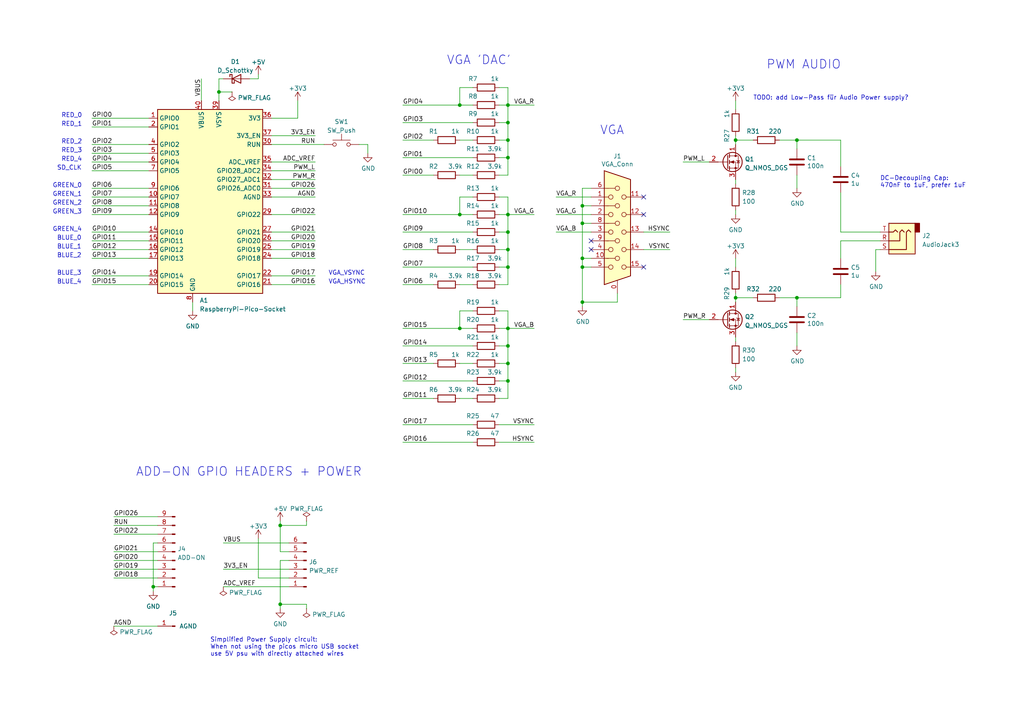
<source format=kicad_sch>
(kicad_sch (version 20211123) (generator eeschema)
  (paper "A4")
  (title_block (title "VGA adapter") (date "2022-09-17") (comment 2 "Only uses 2 different resistor values for VGA") (comment 3 "Simplified VGA+PWM audio adapter for Raspberry pi PICO (W)"))
  (lib_symbols
    (symbol "Connector:AudioJack3"
      (property "Reference" "J" (at 0 8.89 0))
      (property "Value" "AudioJack3" (at 0 6.35 0))
      (symbol "AudioJack3_0_1"
        (rectangle (start -5.08 -5.08) (end -6.35 -2.54) (stroke (width 0.254)) (fill (type outline)))
        (polyline (pts (xy 0 -2.54) (xy 0.635 -3.175) (xy 1.27 -2.54) (xy 2.54 -2.54)) (stroke (width 0.254)))
        (polyline (pts (xy -1.905 -2.54) (xy -1.27 -3.175) (xy -0.635 -2.54) (xy -0.635 0) (xy 2.54 0)) (stroke (width 0.254)))
        (polyline (pts (xy 2.54 2.54) (xy -2.54 2.54) (xy -2.54 -2.54) (xy -3.175 -3.175) (xy -3.81 -2.54)) (stroke (width 0.254)))
        (rectangle (start 2.54 3.81) (end -5.08 -5.08) (stroke (width 0.254)) (fill (type background)))
      )
      (symbol "AudioJack3_1_1"
        (pin passive line (at 5.08 0 180) (length 2.54) (name "~") (number "R"))
        (pin passive line (at 5.08 2.54 180) (length 2.54) (name "~") (number "S"))
        (pin passive line (at 5.08 -2.54 180) (length 2.54) (name "~") (number "T"))
      )
    )
    (symbol "Connector:Conn_01x01_Male" (pin_names (offset 1.016) hide)
      (property "Reference" "J" (at 0 2.54 0))
      (property "Value" "Conn_01x01_Male" (at 0 -2.54 0))
      (symbol "Conn_01x01_Male_1_1"
        (polyline (pts (xy 1.27 0) (xy 0.8636 0)) (stroke (width 0.1524)))
        (rectangle (start 0.8636 0.127) (end 0 -0.127) (stroke (width 0.1524)) (fill (type outline)))
        (pin passive line (at 5.08 0 180) (length 3.81) (name "Pin_1") (number "1"))
      )
    )
    (symbol "Connector:Conn_01x06_Male" (pin_names (offset 1.016) hide)
      (property "Reference" "J" (at 0 7.62 0))
      (property "Value" "Conn_01x06_Male" (at 0 -10.16 0))
      (symbol "Conn_01x06_Male_1_1"
        (polyline (pts (xy 1.27 -7.62) (xy 0.8636 -7.62)) (stroke (width 0.1524)))
        (polyline (pts (xy 1.27 -5.08) (xy 0.8636 -5.08)) (stroke (width 0.1524)))
        (polyline (pts (xy 1.27 -2.54) (xy 0.8636 -2.54)) (stroke (width 0.1524)))
        (polyline (pts (xy 1.27 0) (xy 0.8636 0)) (stroke (width 0.1524)))
        (polyline (pts (xy 1.27 2.54) (xy 0.8636 2.54)) (stroke (width 0.1524)))
        (polyline (pts (xy 1.27 5.08) (xy 0.8636 5.08)) (stroke (width 0.1524)))
        (rectangle (start 0.8636 -7.493) (end 0 -7.747) (stroke (width 0.1524)) (fill (type outline)))
        (rectangle (start 0.8636 -4.953) (end 0 -5.207) (stroke (width 0.1524)) (fill (type outline)))
        (rectangle (start 0.8636 -2.413) (end 0 -2.667) (stroke (width 0.1524)) (fill (type outline)))
        (rectangle (start 0.8636 0.127) (end 0 -0.127) (stroke (width 0.1524)) (fill (type outline)))
        (rectangle (start 0.8636 2.667) (end 0 2.413) (stroke (width 0.1524)) (fill (type outline)))
        (rectangle (start 0.8636 5.207) (end 0 4.953) (stroke (width 0.1524)) (fill (type outline)))
        (pin passive line (at 5.08 5.08 180) (length 3.81) (name "Pin_1") (number "1"))
        (pin passive line (at 5.08 2.54 180) (length 3.81) (name "Pin_2") (number "2"))
        (pin passive line (at 5.08 0 180) (length 3.81) (name "Pin_3") (number "3"))
        (pin passive line (at 5.08 -2.54 180) (length 3.81) (name "Pin_4") (number "4"))
        (pin passive line (at 5.08 -5.08 180) (length 3.81) (name "Pin_5") (number "5"))
        (pin passive line (at 5.08 -7.62 180) (length 3.81) (name "Pin_6") (number "6"))
      )
    )
    (symbol "Connector:Conn_01x09_Male" (pin_names (offset 1.016) hide)
      (property "Reference" "J" (at 0 12.7 0))
      (property "Value" "Conn_01x09_Male" (at 0 -12.7 0))
      (symbol "Conn_01x09_Male_1_1"
        (polyline (pts (xy 1.27 -10.16) (xy 0.8636 -10.16)) (stroke (width 0.1524)))
        (polyline (pts (xy 1.27 -7.62) (xy 0.8636 -7.62)) (stroke (width 0.1524)))
        (polyline (pts (xy 1.27 -5.08) (xy 0.8636 -5.08)) (stroke (width 0.1524)))
        (polyline (pts (xy 1.27 -2.54) (xy 0.8636 -2.54)) (stroke (width 0.1524)))
        (polyline (pts (xy 1.27 0) (xy 0.8636 0)) (stroke (width 0.1524)))
        (polyline (pts (xy 1.27 2.54) (xy 0.8636 2.54)) (stroke (width 0.1524)))
        (polyline (pts (xy 1.27 5.08) (xy 0.8636 5.08)) (stroke (width 0.1524)))
        (polyline (pts (xy 1.27 7.62) (xy 0.8636 7.62)) (stroke (width 0.1524)))
        (polyline (pts (xy 1.27 10.16) (xy 0.8636 10.16)) (stroke (width 0.1524)))
        (rectangle (start 0.8636 -10.033) (end 0 -10.287) (stroke (width 0.1524)) (fill (type outline)))
        (rectangle (start 0.8636 -7.493) (end 0 -7.747) (stroke (width 0.1524)) (fill (type outline)))
        (rectangle (start 0.8636 -4.953) (end 0 -5.207) (stroke (width 0.1524)) (fill (type outline)))
        (rectangle (start 0.8636 -2.413) (end 0 -2.667) (stroke (width 0.1524)) (fill (type outline)))
        (rectangle (start 0.8636 0.127) (end 0 -0.127) (stroke (width 0.1524)) (fill (type outline)))
        (rectangle (start 0.8636 2.667) (end 0 2.413) (stroke (width 0.1524)) (fill (type outline)))
        (rectangle (start 0.8636 5.207) (end 0 4.953) (stroke (width 0.1524)) (fill (type outline)))
        (rectangle (start 0.8636 7.747) (end 0 7.493) (stroke (width 0.1524)) (fill (type outline)))
        (rectangle (start 0.8636 10.287) (end 0 10.033) (stroke (width 0.1524)) (fill (type outline)))
        (pin passive line (at 5.08 10.16 180) (length 3.81) (name "Pin_1") (number "1"))
        (pin passive line (at 5.08 7.62 180) (length 3.81) (name "Pin_2") (number "2"))
        (pin passive line (at 5.08 5.08 180) (length 3.81) (name "Pin_3") (number "3"))
        (pin passive line (at 5.08 2.54 180) (length 3.81) (name "Pin_4") (number "4"))
        (pin passive line (at 5.08 0 180) (length 3.81) (name "Pin_5") (number "5"))
        (pin passive line (at 5.08 -2.54 180) (length 3.81) (name "Pin_6") (number "6"))
        (pin passive line (at 5.08 -5.08 180) (length 3.81) (name "Pin_7") (number "7"))
        (pin passive line (at 5.08 -7.62 180) (length 3.81) (name "Pin_8") (number "8"))
        (pin passive line (at 5.08 -10.16 180) (length 3.81) (name "Pin_9") (number "9"))
      )
    )
    (symbol "Connector:DB15_Female_HighDensity_MountingHoles" (pin_names (offset 1.016) hide)
      (property "Reference" "J" (at 0 21.59 0))
      (property "Value" "DB15_Female_HighDensity_MountingHoles" (at 0 19.05 0))
      (symbol "DB15_Female_HighDensity_MountingHoles_0_1"
        (circle (center -1.905 -10.16) (radius 0.635))
        (circle (center -1.905 -5.08) (radius 0.635))
        (circle (center -1.905 0) (radius 0.635))
        (circle (center -1.905 5.08) (radius 0.635))
        (circle (center -1.905 10.16) (radius 0.635))
        (circle (center 0 -7.62) (radius 0.635))
        (circle (center 0 -2.54) (radius 0.635))
        (polyline (pts (xy -3.175 7.62) (xy -0.635 7.62)))
        (polyline (pts (xy -0.635 -7.62) (xy -3.175 -7.62)))
        (polyline (pts (xy -0.635 -2.54) (xy -3.175 -2.54)))
        (polyline (pts (xy -0.635 2.54) (xy -3.175 2.54)))
        (polyline (pts (xy -0.635 12.7) (xy -3.175 12.7)))
        (polyline (pts (xy -3.81 17.78) (xy -3.81 -15.24) (xy 3.81 -12.7) (xy 3.81 15.24) (xy -3.81 17.78)) (stroke (width 0.254)) (fill (type background)))
        (circle (center 0 2.54) (radius 0.635))
        (circle (center 0 7.62) (radius 0.635))
        (circle (center 0 12.7) (radius 0.635))
        (circle (center 1.905 -10.16) (radius 0.635))
        (circle (center 1.905 -5.08) (radius 0.635))
        (circle (center 1.905 0) (radius 0.635))
        (circle (center 1.905 5.08) (radius 0.635))
        (circle (center 1.905 10.16) (radius 0.635))
      )
      (symbol "DB15_Female_HighDensity_MountingHoles_1_1"
        (pin passive line (at 0 -17.78 90) (length 3.81) (name "~") (number "0"))
        (pin passive line (at -7.62 10.16 0) (length 5.08) (name "~") (number "1"))
        (pin passive line (at -7.62 -7.62 0) (length 5.08) (name "~") (number "10"))
        (pin passive line (at 7.62 10.16 180) (length 5.08) (name "~") (number "11"))
        (pin passive line (at 7.62 5.08 180) (length 5.08) (name "~") (number "12"))
        (pin passive line (at 7.62 0 180) (length 5.08) (name "~") (number "13"))
        (pin passive line (at 7.62 -5.08 180) (length 5.08) (name "~") (number "14"))
        (pin passive line (at 7.62 -10.16 180) (length 5.08) (name "~") (number "15"))
        (pin passive line (at -7.62 5.08 0) (length 5.08) (name "~") (number "2"))
        (pin passive line (at -7.62 0 0) (length 5.08) (name "~") (number "3"))
        (pin passive line (at -7.62 -5.08 0) (length 5.08) (name "~") (number "4"))
        (pin passive line (at -7.62 -10.16 0) (length 5.08) (name "~") (number "5"))
        (pin passive line (at -7.62 12.7 0) (length 5.08) (name "~") (number "6"))
        (pin passive line (at -7.62 7.62 0) (length 5.08) (name "~") (number "7"))
        (pin passive line (at -7.62 2.54 0) (length 5.08) (name "~") (number "8"))
        (pin passive line (at -7.62 -2.54 0) (length 5.08) (name "~") (number "9"))
      )
    )
    (symbol "Device:C" (pin_numbers hide) (pin_names (offset 0.254))
      (property "Reference" "C" (at 0.635 2.54 0))
      (property "Value" "C" (at 0.635 -2.54 0))
      (symbol "C_0_1"
        (polyline (pts (xy -2.032 -0.762) (xy 2.032 -0.762)) (stroke (width 0.508)))
        (polyline (pts (xy -2.032 0.762) (xy 2.032 0.762)) (stroke (width 0.508)))
      )
      (symbol "C_1_1"
        (pin passive line (at 0 3.81 270) (length 2.794) (name "~") (number "1"))
        (pin passive line (at 0 -3.81 90) (length 2.794) (name "~") (number "2"))
      )
    )
    (symbol "Device:D_Schottky" (pin_numbers hide) (pin_names (offset 1.016) hide)
      (property "Reference" "D" (at 0 2.54 0))
      (property "Value" "D_Schottky" (at 0 -2.54 0))
      (symbol "D_Schottky_0_1"
        (polyline (pts (xy 1.27 0) (xy -1.27 0)))
        (polyline (pts (xy 1.27 1.27) (xy 1.27 -1.27) (xy -1.27 0) (xy 1.27 1.27)) (stroke (width 0.254)))
        (polyline (pts (xy -1.905 0.635) (xy -1.905 1.27) (xy -1.27 1.27) (xy -1.27 -1.27) (xy -0.635 -1.27) (xy -0.635 -0.635)) (stroke (width 0.254)))
      )
      (symbol "D_Schottky_1_1"
        (pin passive line (at -3.81 0 0) (length 2.54) (name "K") (number "1"))
        (pin passive line (at 3.81 0 180) (length 2.54) (name "A") (number "2"))
      )
    )
    (symbol "Device:Q_NMOS_DGS" (pin_names (offset 0) hide)
      (property "Reference" "Q" (at 5.08 1.27 0))
      (property "Value" "Q_NMOS_DGS" (at 5.08 -1.27 0))
      (symbol "Q_NMOS_DGS_0_1"
        (polyline (pts (xy 0.254 0) (xy -2.54 0)))
        (polyline (pts (xy 0.254 1.905) (xy 0.254 -1.905)) (stroke (width 0.254)))
        (polyline (pts (xy 0.762 -1.27) (xy 0.762 -2.286)) (stroke (width 0.254)))
        (polyline (pts (xy 0.762 0.508) (xy 0.762 -0.508)) (stroke (width 0.254)))
        (polyline (pts (xy 0.762 2.286) (xy 0.762 1.27)) (stroke (width 0.254)))
        (polyline (pts (xy 2.54 2.54) (xy 2.54 1.778)))
        (polyline (pts (xy 2.54 -2.54) (xy 2.54 0) (xy 0.762 0)))
        (polyline (pts (xy 0.762 -1.778) (xy 3.302 -1.778) (xy 3.302 1.778) (xy 0.762 1.778)))
        (polyline (pts (xy 1.016 0) (xy 2.032 0.381) (xy 2.032 -0.381) (xy 1.016 0)) (fill (type outline)))
        (polyline (pts (xy 2.794 0.508) (xy 2.921 0.381) (xy 3.683 0.381) (xy 3.81 0.254)))
        (polyline (pts (xy 3.302 0.381) (xy 2.921 -0.254) (xy 3.683 -0.254) (xy 3.302 0.381)))
        (circle (center 1.651 0) (radius 2.794) (stroke (width 0.254)))
        (circle (center 2.54 -1.778) (radius 0.254) (fill (type outline)))
        (circle (center 2.54 1.778) (radius 0.254) (fill (type outline)))
      )
      (symbol "Q_NMOS_DGS_1_1"
        (pin passive line (at 2.54 5.08 270) (length 2.54) (name "D") (number "1"))
        (pin input line (at -5.08 0 0) (length 2.54) (name "G") (number "2"))
        (pin passive line (at 2.54 -5.08 90) (length 2.54) (name "S") (number "3"))
      )
    )
    (symbol "Device:R" (pin_numbers hide) (pin_names (offset 0))
      (property "Reference" "R" (at 2.032 0 90))
      (property "Value" "R" (at 0 0 90))
      (symbol "R_0_1"
        (rectangle (start -1.016 -2.54) (end 1.016 2.54) (stroke (width 0.254)))
      )
      (symbol "R_1_1"
        (pin passive line (at 0 3.81 270) (length 1.27) (name "~") (number "1"))
        (pin passive line (at 0 -3.81 90) (length 1.27) (name "~") (number "2"))
      )
    )
    (symbol "PICO_Module:RaspberryPi-Pico-Socket"
      (property "Reference" "A" (at 0 17.78 0))
      (property "Value" "RaspberryPi-Pico-Socket" (at 2.54 15.24 0))
      (symbol "RaspberryPi-Pico-Socket_0_1"
        (rectangle (start -15.24 27.94) (end 15.24 -25.4) (stroke (width 0.254)) (fill (type background)))
      )
      (symbol "RaspberryPi-Pico-Socket_1_1"
        (pin bidirectional line (at -17.78 25.4 0) (length 2.54) (name "GPIO0") (number "1"))
        (pin bidirectional line (at -17.78 2.54 0) (length 2.54) (name "GPIO7") (number "10"))
        (pin bidirectional line (at -17.78 0 0) (length 2.54) (name "GPIO8") (number "11"))
        (pin bidirectional line (at -17.78 -2.54 0) (length 2.54) (name "GPIO9") (number "12"))
        (pin passive line (at -5.08 -27.94 90) (length 2.54) hide (name "GND") (number "13"))
        (pin bidirectional line (at -17.78 -7.62 0) (length 2.54) (name "GPIO10") (number "14"))
        (pin bidirectional line (at -17.78 -10.16 0) (length 2.54) (name "GPIO11") (number "15"))
        (pin bidirectional line (at -17.78 -12.7 0) (length 2.54) (name "GPIO12") (number "16"))
        (pin bidirectional line (at -17.78 -15.24 0) (length 2.54) (name "GPIO13") (number "17"))
        (pin passive line (at -5.08 -27.94 90) (length 2.54) hide (name "GND") (number "18"))
        (pin bidirectional line (at -17.78 -20.32 0) (length 2.54) (name "GPIO14") (number "19"))
        (pin bidirectional line (at -17.78 22.86 0) (length 2.54) (name "GPIO1") (number "2"))
        (pin bidirectional line (at -17.78 -22.86 0) (length 2.54) (name "GPIO15") (number "20"))
        (pin bidirectional line (at 17.78 -22.86 180) (length 2.54) (name "GPIO16") (number "21"))
        (pin bidirectional line (at 17.78 -20.32 180) (length 2.54) (name "GPIO17") (number "22"))
        (pin passive line (at -5.08 -27.94 90) (length 2.54) hide (name "GND") (number "23"))
        (pin bidirectional line (at 17.78 -15.24 180) (length 2.54) (name "GPIO18") (number "24"))
        (pin bidirectional line (at 17.78 -12.7 180) (length 2.54) (name "GPIO19") (number "25"))
        (pin bidirectional line (at 17.78 -10.16 180) (length 2.54) (name "GPIO20") (number "26"))
        (pin bidirectional line (at 17.78 -7.62 180) (length 2.54) (name "GPIO21") (number "27"))
        (pin passive line (at -5.08 -27.94 90) (length 2.54) hide (name "GND") (number "28"))
        (pin bidirectional line (at 17.78 -2.54 180) (length 2.54) (name "GPIO22") (number "29"))
        (pin passive line (at -5.08 -27.94 90) (length 2.54) hide (name "GND") (number "3"))
        (pin input line (at 17.78 17.78 180) (length 2.54) (name "RUN") (number "30"))
        (pin bidirectional line (at 17.78 5.08 180) (length 2.54) (name "GPIO26_ADC0") (number "31"))
        (pin bidirectional line (at 17.78 7.62 180) (length 2.54) (name "GPIO27_ADC1") (number "32"))
        (pin power_in line (at 17.78 2.54 180) (length 2.54) (name "AGND") (number "33"))
        (pin bidirectional line (at 17.78 10.16 180) (length 2.54) (name "GPIO28_ADC2") (number "34"))
        (pin power_in line (at 17.78 12.7 180) (length 2.54) (name "ADC_VREF") (number "35"))
        (pin power_out line (at 17.78 25.4 180) (length 2.54) (name "3V3") (number "36"))
        (pin input line (at 17.78 20.32 180) (length 2.54) (name "3V3_EN") (number "37"))
        (pin passive line (at -5.08 -27.94 90) (length 2.54) hide (name "GND") (number "38"))
        (pin power_in line (at 2.54 30.48 270) (length 2.54) (name "VSYS") (number "39"))
        (pin bidirectional line (at -17.78 17.78 0) (length 2.54) (name "GPIO2") (number "4"))
        (pin power_out line (at -2.54 30.48 270) (length 2.54) (name "VBUS") (number "40"))
        (pin bidirectional line (at -17.78 15.24 0) (length 2.54) (name "GPIO3") (number "5"))
        (pin bidirectional line (at -17.78 12.7 0) (length 2.54) (name "GPIO4") (number "6"))
        (pin bidirectional line (at -17.78 10.16 0) (length 2.54) (name "GPIO5") (number "7"))
        (pin power_in line (at -5.08 -27.94 90) (length 2.54) (name "GND") (number "8"))
        (pin bidirectional line (at -17.78 5.08 0) (length 2.54) (name "GPIO6") (number "9"))
      )
    )
    (symbol "Switch:SW_Push" (pin_numbers hide) (pin_names (offset 1.016) hide)
      (property "Reference" "SW" (at 1.27 2.54 0))
      (property "Value" "SW_Push" (at 0 -1.524 0))
      (symbol "SW_Push_0_1"
        (circle (center -2.032 0) (radius 0.508))
        (polyline (pts (xy 0 1.27) (xy 0 3.048)))
        (polyline (pts (xy 2.54 1.27) (xy -2.54 1.27)))
        (circle (center 2.032 0) (radius 0.508))
        (pin passive line (at -5.08 0 0) (length 2.54) (name "1") (number "1"))
        (pin passive line (at 5.08 0 180) (length 2.54) (name "2") (number "2"))
      )
    )
    (symbol "power:+3V3" (power) (pin_names (offset 0))
      (property "Value" "+3V3" (at 0 3.556 0))
      (symbol "+3V3_0_1"
        (polyline (pts (xy -0.762 1.27) (xy 0 2.54)))
        (polyline (pts (xy 0 0) (xy 0 2.54)))
        (polyline (pts (xy 0 2.54) (xy 0.762 1.27)))
      )
      (symbol "+3V3_1_1"
        (pin power_in line (at 0 0 90) (length 0) hide (name "+3V3") (number "1"))
      )
    )
    (symbol "power:+5V" (power) (pin_names (offset 0))
      (property "Value" "+5V" (at 0 3.556 0))
      (symbol "+5V_0_1"
        (polyline (pts (xy -0.762 1.27) (xy 0 2.54)))
        (polyline (pts (xy 0 0) (xy 0 2.54)))
        (polyline (pts (xy 0 2.54) (xy 0.762 1.27)))
      )
      (symbol "+5V_1_1"
        (pin power_in line (at 0 0 90) (length 0) hide (name "+5V") (number "1"))
      )
    )
    (symbol "power:GND" (power) (pin_names (offset 0))
      (property "Value" "GND" (at 0 -3.81 0))
      (symbol "GND_0_1"
        (polyline (pts (xy 0 0) (xy 0 -1.27) (xy 1.27 -1.27) (xy 0 -2.54) (xy -1.27 -1.27) (xy 0 -1.27)))
      )
      (symbol "GND_1_1"
        (pin power_in line (at 0 0 270) (length 0) hide (name "GND") (number "1"))
      )
    )
    (symbol "power:PWR_FLAG" (power) (pin_numbers hide) (pin_names (offset 0) hide)
      (property "Value" "PWR_FLAG" (at 0 3.81 0))
      (symbol "PWR_FLAG_0_0"
        (pin power_out line (at 0 0 90) (length 0) (name "pwr") (number "1"))
      )
      (symbol "PWR_FLAG_0_1"
        (polyline (pts (xy 0 0) (xy 0 1.27) (xy -1.016 1.905) (xy 0 2.54) (xy 1.016 1.905) (xy 0 1.27)))
      )
    )
  )
  (junction (at 168.91 59.69))
  (junction (at 147.32 110.49))
  (junction (at 147.32 100.33))
  (junction (at 133.35 95.25))
  (junction (at 81.28 175.26))
  (junction (at 213.36 40.64))
  (junction (at 168.91 77.47))
  (junction (at 168.91 87.63))
  (junction (at 63.5 26.67))
  (junction (at 133.35 30.48))
  (junction (at 147.32 95.25))
  (junction (at 147.32 35.56))
  (junction (at 147.32 30.48))
  (junction (at 133.35 62.23))
  (junction (at 231.14 40.64))
  (junction (at 81.28 152.4))
  (junction (at 231.14 86.36))
  (junction (at 147.32 45.72))
  (junction (at 168.91 74.93))
  (junction (at 147.32 40.64))
  (junction (at 168.91 64.77))
  (junction (at 147.32 62.23))
  (junction (at 147.32 67.31))
  (junction (at 147.32 77.47))
  (junction (at 147.32 72.39))
  (junction (at 213.36 86.36))
  (junction (at 147.32 105.41))
  (junction (at 44.45 170.18))
  (no_connect (at 186.69 77.47))
  (no_connect (at 186.69 62.23))
  (no_connect (at 186.69 57.15))
  (no_connect (at 171.45 69.85))
  (no_connect (at 171.45 72.39))
  (wire (pts (xy 213.36 39.37) (xy 213.36 40.64)))
  (wire (pts (xy 44.45 157.48) (xy 44.45 170.18)))
  (wire (pts (xy 116.84 62.23) (xy 133.35 62.23)))
  (wire (pts (xy 88.9 151.13) (xy 88.9 152.4)))
  (wire (pts (xy 116.84 67.31) (xy 137.16 67.31)))
  (wire (pts (xy 137.16 62.23) (xy 133.35 62.23)))
  (wire (pts (xy 116.84 123.19) (xy 137.16 123.19)))
  (wire (pts (xy 147.32 90.17) (xy 147.32 95.25)))
  (wire (pts (xy 147.32 50.8) (xy 147.32 45.72)))
  (wire (pts (xy 116.84 100.33) (xy 137.16 100.33)))
  (wire (pts (xy 45.72 152.4) (xy 33.02 152.4)))
  (wire (pts (xy 78.74 67.31) (xy 91.44 67.31)))
  (wire (pts (xy 26.67 41.91) (xy 43.18 41.91)))
  (wire (pts (xy 116.84 110.49) (xy 137.16 110.49)))
  (wire (pts (xy 171.45 77.47) (xy 168.91 77.47)))
  (wire (pts (xy 147.32 40.64) (xy 147.32 35.56)))
  (wire (pts (xy 78.74 69.85) (xy 91.44 69.85)))
  (wire (pts (xy 133.35 25.4) (xy 137.16 25.4)))
  (wire (pts (xy 168.91 74.93) (xy 168.91 77.47)))
  (wire (pts (xy 88.9 175.26) (xy 81.28 175.26)))
  (wire (pts (xy 116.84 35.56) (xy 137.16 35.56)))
  (wire (pts (xy 45.72 154.94) (xy 33.02 154.94)))
  (wire (pts (xy 254 72.39) (xy 254 78.74)))
  (wire (pts (xy 171.45 62.23) (xy 161.29 62.23)))
  (wire (pts (xy 81.28 162.56) (xy 81.28 175.26)))
  (wire (pts (xy 243.84 82.55) (xy 243.84 86.36)))
  (wire (pts (xy 171.45 54.61) (xy 168.91 54.61)))
  (wire (pts (xy 116.84 128.27) (xy 137.16 128.27)))
  (wire (pts (xy 168.91 64.77) (xy 168.91 74.93)))
  (wire (pts (xy 26.67 46.99) (xy 43.18 46.99)))
  (wire (pts (xy 144.78 100.33) (xy 147.32 100.33)))
  (wire (pts (xy 144.78 105.41) (xy 147.32 105.41)))
  (wire (pts (xy 116.84 115.57) (xy 125.73 115.57)))
  (wire (pts (xy 26.67 74.93) (xy 43.18 74.93)))
  (wire (pts (xy 45.72 149.86) (xy 33.02 149.86)))
  (wire (pts (xy 144.78 57.15) (xy 147.32 57.15)))
  (wire (pts (xy 26.67 69.85) (xy 43.18 69.85)))
  (wire (pts (xy 186.69 72.39) (xy 194.31 72.39)))
  (wire (pts (xy 116.84 72.39) (xy 125.73 72.39)))
  (wire (pts (xy 78.74 62.23) (xy 91.44 62.23)))
  (wire (pts (xy 55.88 87.63) (xy 55.88 90.17)))
  (wire (pts (xy 144.78 123.19) (xy 154.94 123.19)))
  (wire (pts (xy 26.67 49.53) (xy 43.18 49.53)))
  (wire (pts (xy 26.67 72.39) (xy 43.18 72.39)))
  (wire (pts (xy 78.74 41.91) (xy 93.98 41.91)))
  (wire (pts (xy 144.78 40.64) (xy 147.32 40.64)))
  (wire (pts (xy 168.91 54.61) (xy 168.91 59.69)))
  (wire (pts (xy 231.14 50.8) (xy 231.14 54.61)))
  (wire (pts (xy 218.44 40.64) (xy 213.36 40.64)))
  (wire (pts (xy 231.14 40.64) (xy 243.84 40.64)))
  (wire (pts (xy 147.32 95.25) (xy 154.94 95.25)))
  (wire (pts (xy 144.78 82.55) (xy 147.32 82.55)))
  (wire (pts (xy 133.35 40.64) (xy 137.16 40.64)))
  (wire (pts (xy 144.78 128.27) (xy 154.94 128.27)))
  (wire (pts (xy 213.36 97.79) (xy 213.36 99.06)))
  (wire (pts (xy 26.67 54.61) (xy 43.18 54.61)))
  (wire (pts (xy 171.45 57.15) (xy 161.29 57.15)))
  (wire (pts (xy 104.14 41.91) (xy 106.68 41.91)))
  (wire (pts (xy 133.35 115.57) (xy 137.16 115.57)))
  (wire (pts (xy 226.06 40.64) (xy 231.14 40.64)))
  (wire (pts (xy 147.32 45.72) (xy 147.32 40.64)))
  (wire (pts (xy 147.32 30.48) (xy 154.94 30.48)))
  (wire (pts (xy 116.84 30.48) (xy 133.35 30.48)))
  (wire (pts (xy 179.07 87.63) (xy 179.07 85.09)))
  (wire (pts (xy 213.36 85.09) (xy 213.36 86.36)))
  (wire (pts (xy 213.36 29.21) (xy 213.36 31.75)))
  (wire (pts (xy 45.72 167.64) (xy 33.02 167.64)))
  (wire (pts (xy 144.78 77.47) (xy 147.32 77.47)))
  (wire (pts (xy 58.42 22.86) (xy 58.42 29.21)))
  (wire (pts (xy 45.72 162.56) (xy 33.02 162.56)))
  (wire (pts (xy 144.78 90.17) (xy 147.32 90.17)))
  (wire (pts (xy 78.74 34.29) (xy 86.36 34.29)))
  (wire (pts (xy 147.32 82.55) (xy 147.32 77.47)))
  (wire (pts (xy 147.32 77.47) (xy 147.32 72.39)))
  (wire (pts (xy 78.74 49.53) (xy 91.44 49.53)))
  (wire (pts (xy 144.78 50.8) (xy 147.32 50.8)))
  (wire (pts (xy 171.45 67.31) (xy 161.29 67.31)))
  (wire (pts (xy 168.91 87.63) (xy 168.91 88.9)))
  (wire (pts (xy 81.28 175.26) (xy 81.28 176.53)))
  (wire (pts (xy 74.93 22.86) (xy 72.39 22.86)))
  (wire (pts (xy 64.77 165.1) (xy 83.82 165.1)))
  (wire (pts (xy 144.78 67.31) (xy 147.32 67.31)))
  (wire (pts (xy 147.32 35.56) (xy 147.32 30.48)))
  (wire (pts (xy 78.74 74.93) (xy 91.44 74.93)))
  (wire (pts (xy 116.84 77.47) (xy 137.16 77.47)))
  (wire (pts (xy 133.35 105.41) (xy 137.16 105.41)))
  (wire (pts (xy 213.36 52.07) (xy 213.36 53.34)))
  (wire (pts (xy 231.14 43.18) (xy 231.14 40.64)))
  (wire (pts (xy 45.72 160.02) (xy 33.02 160.02)))
  (wire (pts (xy 26.67 82.55) (xy 43.18 82.55)))
  (wire (pts (xy 198.12 46.99) (xy 205.74 46.99)))
  (wire (pts (xy 116.84 95.25) (xy 133.35 95.25)))
  (wire (pts (xy 147.32 62.23) (xy 154.94 62.23)))
  (wire (pts (xy 106.68 41.91) (xy 106.68 44.45)))
  (wire (pts (xy 213.36 86.36) (xy 213.36 87.63)))
  (wire (pts (xy 63.5 26.67) (xy 63.5 29.21)))
  (wire (pts (xy 144.78 72.39) (xy 147.32 72.39)))
  (wire (pts (xy 64.77 170.18) (xy 83.82 170.18)))
  (wire (pts (xy 133.35 72.39) (xy 137.16 72.39)))
  (wire (pts (xy 171.45 74.93) (xy 168.91 74.93)))
  (wire (pts (xy 78.74 46.99) (xy 91.44 46.99)))
  (wire (pts (xy 78.74 72.39) (xy 91.44 72.39)))
  (wire (pts (xy 147.32 67.31) (xy 147.32 62.23)))
  (wire (pts (xy 133.35 30.48) (xy 133.35 25.4)))
  (wire (pts (xy 147.32 100.33) (xy 147.32 95.25)))
  (wire (pts (xy 144.78 35.56) (xy 147.32 35.56)))
  (wire (pts (xy 74.93 156.21) (xy 74.93 167.64)))
  (wire (pts (xy 78.74 82.55) (xy 91.44 82.55)))
  (wire (pts (xy 231.14 96.52) (xy 231.14 100.33)))
  (wire (pts (xy 144.78 30.48) (xy 147.32 30.48)))
  (wire (pts (xy 147.32 105.41) (xy 147.32 100.33)))
  (wire (pts (xy 44.45 170.18) (xy 44.45 171.45)))
  (wire (pts (xy 168.91 59.69) (xy 168.91 64.77)))
  (wire (pts (xy 74.93 21.59) (xy 74.93 22.86)))
  (wire (pts (xy 226.06 86.36) (xy 231.14 86.36)))
  (wire (pts (xy 26.67 62.23) (xy 43.18 62.23)))
  (wire (pts (xy 147.32 57.15) (xy 147.32 62.23)))
  (wire (pts (xy 78.74 52.07) (xy 91.44 52.07)))
  (wire (pts (xy 144.78 62.23) (xy 147.32 62.23)))
  (wire (pts (xy 168.91 87.63) (xy 179.07 87.63)))
  (wire (pts (xy 213.36 106.68) (xy 213.36 107.95)))
  (wire (pts (xy 26.67 34.29) (xy 43.18 34.29)))
  (wire (pts (xy 186.69 67.31) (xy 194.31 67.31)))
  (wire (pts (xy 218.44 86.36) (xy 213.36 86.36)))
  (wire (pts (xy 116.84 82.55) (xy 125.73 82.55)))
  (wire (pts (xy 116.84 40.64) (xy 125.73 40.64)))
  (wire (pts (xy 137.16 30.48) (xy 133.35 30.48)))
  (wire (pts (xy 231.14 88.9) (xy 231.14 86.36)))
  (wire (pts (xy 116.84 50.8) (xy 125.73 50.8)))
  (wire (pts (xy 147.32 110.49) (xy 147.32 105.41)))
  (wire (pts (xy 78.74 54.61) (xy 91.44 54.61)))
  (wire (pts (xy 133.35 95.25) (xy 133.35 90.17)))
  (wire (pts (xy 243.84 67.31) (xy 255.27 67.31)))
  (wire (pts (xy 88.9 152.4) (xy 81.28 152.4)))
  (wire (pts (xy 168.91 77.47) (xy 168.91 87.63)))
  (wire (pts (xy 198.12 92.71) (xy 205.74 92.71)))
  (wire (pts (xy 171.45 59.69) (xy 168.91 59.69)))
  (wire (pts (xy 255.27 72.39) (xy 254 72.39)))
  (wire (pts (xy 243.84 69.85) (xy 255.27 69.85)))
  (wire (pts (xy 64.77 157.48) (xy 83.82 157.48)))
  (wire (pts (xy 63.5 26.67) (xy 67.31 26.67)))
  (wire (pts (xy 144.78 95.25) (xy 147.32 95.25)))
  (wire (pts (xy 116.84 105.41) (xy 125.73 105.41)))
  (wire (pts (xy 213.36 74.93) (xy 213.36 77.47)))
  (wire (pts (xy 78.74 57.15) (xy 91.44 57.15)))
  (wire (pts (xy 26.67 67.31) (xy 43.18 67.31)))
  (wire (pts (xy 171.45 64.77) (xy 168.91 64.77)))
  (wire (pts (xy 78.74 39.37) (xy 91.44 39.37)))
  (wire (pts (xy 78.74 80.01) (xy 91.44 80.01)))
  (wire (pts (xy 147.32 72.39) (xy 147.32 67.31)))
  (wire (pts (xy 45.72 157.48) (xy 44.45 157.48)))
  (wire (pts (xy 81.28 152.4) (xy 81.28 160.02)))
  (wire (pts (xy 26.67 80.01) (xy 43.18 80.01)))
  (wire (pts (xy 45.72 181.61) (xy 33.02 181.61)))
  (wire (pts (xy 116.84 45.72) (xy 137.16 45.72)))
  (wire (pts (xy 81.28 160.02) (xy 83.82 160.02)))
  (wire (pts (xy 86.36 34.29) (xy 86.36 29.21)))
  (wire (pts (xy 81.28 162.56) (xy 83.82 162.56)))
  (wire (pts (xy 147.32 115.57) (xy 147.32 110.49)))
  (wire (pts (xy 26.67 59.69) (xy 43.18 59.69)))
  (wire (pts (xy 243.84 40.64) (xy 243.84 48.26)))
  (wire (pts (xy 144.78 25.4) (xy 147.32 25.4)))
  (wire (pts (xy 133.35 50.8) (xy 137.16 50.8)))
  (wire (pts (xy 74.93 167.64) (xy 83.82 167.64)))
  (wire (pts (xy 26.67 44.45) (xy 43.18 44.45)))
  (wire (pts (xy 213.36 40.64) (xy 213.36 41.91)))
  (wire (pts (xy 144.78 110.49) (xy 147.32 110.49)))
  (wire (pts (xy 133.35 90.17) (xy 137.16 90.17)))
  (wire (pts (xy 88.9 176.53) (xy 88.9 175.26)))
  (wire (pts (xy 137.16 95.25) (xy 133.35 95.25)))
  (wire (pts (xy 133.35 82.55) (xy 137.16 82.55)))
  (wire (pts (xy 213.36 60.96) (xy 213.36 62.23)))
  (wire (pts (xy 63.5 22.86) (xy 63.5 26.67)))
  (wire (pts (xy 64.77 22.86) (xy 63.5 22.86)))
  (wire (pts (xy 144.78 115.57) (xy 147.32 115.57)))
  (wire (pts (xy 45.72 170.18) (xy 44.45 170.18)))
  (wire (pts (xy 231.14 86.36) (xy 243.84 86.36)))
  (wire (pts (xy 26.67 57.15) (xy 43.18 57.15)))
  (wire (pts (xy 133.35 62.23) (xy 133.35 57.15)))
  (wire (pts (xy 81.28 151.13) (xy 81.28 152.4)))
  (wire (pts (xy 133.35 57.15) (xy 137.16 57.15)))
  (wire (pts (xy 26.67 36.83) (xy 43.18 36.83)))
  (wire (pts (xy 45.72 165.1) (xy 33.02 165.1)))
  (wire (pts (xy 243.84 69.85) (xy 243.84 74.93)))
  (wire (pts (xy 147.32 25.4) (xy 147.32 30.48)))
  (wire (pts (xy 243.84 55.88) (xy 243.84 67.31)))
  (wire (pts (xy 144.78 45.72) (xy 147.32 45.72)))
  (text "DC-Decoupling Cap:\n470nF to 1uF, prefer 1uF" (at 255.27 54.61 0) (effects (font (size 1.27 1.27)) (justify left bottom)))
  (text "VGA_VSYNC" (at 95.25 80.01 0) (effects (font (size 1.27 1.27)) (justify left bottom)))
  (text "VGA_HSYNC" (at 95.25 82.55 0) (effects (font (size 1.27 1.27)) (justify left bottom)))
  (text "PWM AUDIO" (at 222.25 20.32 0) (effects (font (size 2.54 2.54)) (justify left bottom)))
  (text "SD_CLK" (at 16.51 49.53 0) (effects (font (size 1.27 1.27)) (justify left bottom)))
  (text "RED_2" (at 17.78 41.91 0) (effects (font (size 1.27 1.27)) (justify left bottom)))
  (text "GREEN_3" (at 15.24 62.23 0) (effects (font (size 1.27 1.27)) (justify left bottom)))
  (text "RED_4" (at 17.78 46.99 0) (effects (font (size 1.27 1.27)) (justify left bottom)))
  (text "BLUE_3" (at 16.51 80.01 0) (effects (font (size 1.27 1.27)) (justify left bottom)))
  (text "GREEN_4" (at 15.24 67.31 0) (effects (font (size 1.27 1.27)) (justify left bottom)))
  (text "BLUE_4" (at 16.51 82.55 0) (effects (font (size 1.27 1.27)) (justify left bottom)))
  (text "GREEN_2" (at 15.24 59.69 0) (effects (font (size 1.27 1.27)) (justify left bottom)))
  (text "GREEN_0" (at 15.24 54.61 0) (effects (font (size 1.27 1.27)) (justify left bottom)))
  (text "RED_3" (at 17.78 44.45 0) (effects (font (size 1.27 1.27)) (justify left bottom)))
  (text "VGA 'DAC'" (at 129.54 19.05 0) (effects (font (size 2.54 2.54)) (justify left bottom)))
  (text "ADD-ON GPIO HEADERS + POWER" (at 39.37 138.43 0) (effects (font (size 2.54 2.54)) (justify left bottom)))
  (text "Simplified Power Supply circuit:\nWhen not using the picos micro USB socket\nuse 5V psu with directly attached wires" (at 60.96 190.5 0) (effects (font (size 1.27 1.27)) (justify left bottom)))
  (text "GREEN_1" (at 15.24 57.15 0) (effects (font (size 1.27 1.27)) (justify left bottom)))
  (text "BLUE_2" (at 16.51 74.93 0) (effects (font (size 1.27 1.27)) (justify left bottom)))
  (text "RED_1" (at 17.78 36.83 0) (effects (font (size 1.27 1.27)) (justify left bottom)))
  (text "BLUE_1" (at 16.51 72.39 0) (effects (font (size 1.27 1.27)) (justify left bottom)))
  (text "BLUE_0" (at 16.51 69.85 0) (effects (font (size 1.27 1.27)) (justify left bottom)))
  (text "RED_0" (at 17.78 34.29 0) (effects (font (size 1.27 1.27)) (justify left bottom)))
  (text "VGA" (at 173.99 39.37 0) (effects (font (size 2.54 2.54)) (justify left bottom)))
  (text "TODO: add Low-Pass für Audio Power supply?" (at 218.44 29.21 0) (effects (font (size 1.27 1.27)) (justify left bottom)))
  (label "GPIO8" (at 116.84 72.39 0))
  (label "VSYNC" (at 154.94 123.19 180))
  (label "GPIO15" (at 26.67 82.55 0))
  (label "PWM_R" (at 91.44 52.07 180))
  (label "GPIO10" (at 116.84 62.23 0))
  (label "GPIO10" (at 26.67 67.31 0))
  (label "GPIO17" (at 91.44 80.01 180))
  (label "GPIO11" (at 26.67 69.85 0))
  (label "GPIO2" (at 116.84 40.64 0))
  (label "GPIO21" (at 33.02 160.02 0))
  (label "PWM_L" (at 91.44 49.53 180))
  (label "3V3_EN" (at 91.44 39.37 180))
  (label "GPIO16" (at 116.84 128.27 0))
  (label "ADC_VREF" (at 64.77 170.18 0))
  (label "RUN" (at 91.44 41.91 180))
  (label "GPIO7" (at 116.84 77.47 0))
  (label "GPIO8" (at 26.67 59.69 0))
  (label "AGND" (at 33.02 181.61 0))
  (label "GPIO17" (at 116.84 123.19 0))
  (label "GPIO0" (at 116.84 50.8 0))
  (label "GPIO9" (at 116.84 67.31 0))
  (label "GPIO3" (at 116.84 35.56 0))
  (label "GPIO22" (at 91.44 62.23 180))
  (label "GPIO1" (at 26.67 36.83 0))
  (label "RUN" (at 33.02 152.4 0))
  (label "GPIO12" (at 26.67 72.39 0))
  (label "GPIO26" (at 91.44 54.61 180))
  (label "GPIO18" (at 91.44 74.93 180))
  (label "PWM_R" (at 198.12 92.71 0))
  (label "GPIO3" (at 26.67 44.45 0))
  (label "GPIO11" (at 116.84 115.57 0))
  (label "VGA_R" (at 154.94 30.48 180))
  (label "GPIO9" (at 26.67 62.23 0))
  (label "VGA_G" (at 154.94 62.23 180))
  (label "GPIO14" (at 116.84 100.33 0))
  (label "AGND" (at 91.44 57.15 180))
  (label "VGA_G" (at 161.29 62.23 0))
  (label "PWM_L" (at 198.12 46.99 0))
  (label "GPIO13" (at 116.84 105.41 0))
  (label "GPIO26" (at 33.02 149.86 0))
  (label "GPIO14" (at 26.67 80.01 0))
  (label "VGA_R" (at 161.29 57.15 0))
  (label "GPIO0" (at 26.67 34.29 0))
  (label "VGA_B" (at 154.94 95.25 180))
  (label "GPIO1" (at 116.84 45.72 0))
  (label "GPIO2" (at 26.67 41.91 0))
  (label "GPIO19" (at 33.02 165.1 0))
  (label "3V3_EN" (at 64.77 165.1 0))
  (label "GPIO13" (at 26.67 74.93 0))
  (label "GPIO21" (at 91.44 67.31 180))
  (label "GPIO7" (at 26.67 57.15 0))
  (label "VSYNC" (at 194.31 72.39 180))
  (label "GPIO20" (at 91.44 69.85 180))
  (label "ADC_VREF" (at 91.44 46.99 180))
  (label "GPIO20" (at 33.02 162.56 0))
  (label "HSYNC" (at 194.31 67.31 180))
  (label "GPIO12" (at 116.84 110.49 0))
  (label "GPIO19" (at 91.44 72.39 180))
  (label "GPIO5" (at 26.67 49.53 0))
  (label "HSYNC" (at 154.94 128.27 180))
  (label "GPIO18" (at 33.02 167.64 0))
  (label "GPIO4" (at 26.67 46.99 0))
  (label "GPIO4" (at 116.84 30.48 0))
  (label "GPIO16" (at 91.44 82.55 180))
  (label "GPIO22" (at 33.02 154.94 0))
  (label "VBUS" (at 58.42 22.86 270))
  (label "VBUS" (at 64.77 157.48 0))
  (label "GPIO15" (at 116.84 95.25 0))
  (label "GPIO6" (at 116.84 82.55 0))
  (label "VGA_B" (at 161.29 67.31 0))
  (label "GPIO6" (at 26.67 54.61 0))
  (symbol (lib_id "Device:R") (at 140.97 110.49 270) (unit 1)
    (property "Reference" "R23" (at 137.16 107.95 90))
    (property "Value" "3.9k" (at 143.51 107.95 90))
    (property "Footprint" "Resistor_THT:R_Axial_DIN0207_L6.3mm_D2.5mm_P10.16mm_Horizontal" (effects hide))
  )
  (symbol (lib_id "Device:R") (at 140.97 123.19 270) (unit 1)
    (property "Reference" "R25" (at 137.16 120.65 90))
    (property "Value" "47" (at 143.51 120.65 90))
    (property "Footprint" "Resistor_THT:R_Axial_DIN0207_L6.3mm_D2.5mm_P10.16mm_Horizontal" (effects hide))
  )
  (symbol (lib_id "Device:R") (at 140.97 50.8 270) (unit 1)
    (property "Reference" "R12" (at 137.16 48.26 90))
    (property "Value" "3.9k" (at 143.51 48.26 90))
    (property "Footprint" "Resistor_THT:R_Axial_DIN0207_L6.3mm_D2.5mm_P10.16mm_Horizontal" (effects hide))
  )
  (symbol (lib_id "power:PWR_FLAG") (at 88.9 176.53 180) (unit 1)
    (property "Reference" "#FLG0102" (effects hide))
    (property "Value" "PWR_FLAG" (at 90.551 178.2338 0) (effects (justify right)))
  )
  (symbol (lib_id "PICO_Module:RaspberryPi-Pico-Socket") (at 60.96 59.69 0) (unit 1)
    (property "Reference" "A1" (at 57.8994 87.1204 0) (effects (justify left)))
    (property "Value" "RaspberryPi-Pico-Socket" (at 57.8994 89.6573 0) (effects (justify left)))
    (property "Footprint" "Module:Raspberry_Pi_Pico_Socket" (effects hide))
    (property "Datasheet" "https://datasheets.raspberrypi.com/pico/pico-datasheet.pdf" (effects hide))
  )
  (symbol (lib_id "power:PWR_FLAG") (at 88.9 151.13 0) (unit 1)
    (property "Reference" "#FLG0101" (effects hide))
    (property "Value" "PWR_FLAG" (at 88.9 147.5542 0))
  )
  (symbol (lib_id "power:GND") (at 44.45 171.45 0) (unit 1)
    (property "Reference" "#PWR013" (effects hide))
    (property "Value" "GND" (at 44.45 175.8934 0))
  )
  (symbol (lib_id "power:PWR_FLAG") (at 64.77 170.18 180) (unit 1)
    (property "Reference" "#FLG0104" (effects hide))
    (property "Value" "PWR_FLAG" (at 66.421 171.8838 0) (effects (justify right)))
  )
  (symbol (lib_id "power:GND") (at 106.68 44.45 0) (unit 1)
    (property "Reference" "#PWR011" (effects hide))
    (property "Value" "GND" (at 106.807 48.8442 0))
  )
  (symbol (lib_id "Device:R") (at 222.25 40.64 270) (unit 1)
    (property "Reference" "R31" (at 218.44 38.1 90))
    (property "Value" "220" (at 224.79 38.1 90))
    (property "Footprint" "Resistor_THT:R_Axial_DIN0207_L6.3mm_D2.5mm_P10.16mm_Horizontal" (effects hide))
  )
  (symbol (lib_id "Connector:AudioJack3") (at 260.35 69.85 180) (unit 1)
    (property "Reference" "J2" (at 267.462 68.3803 0) (effects (justify right)))
    (property "Value" "AudioJack3" (at 267.462 70.9172 0) (effects (justify right)))
    (property "Footprint" "Connector_Audio:Jack_3.5mm_CUI_SJ1-3533NG_Horizontal" (effects hide))
  )
  (symbol (lib_id "Device:R") (at 140.97 82.55 270) (unit 1)
    (property "Reference" "R18" (at 137.16 80.01 90))
    (property "Value" "3.9k" (at 143.51 80.01 90))
    (property "Footprint" "Resistor_THT:R_Axial_DIN0207_L6.3mm_D2.5mm_P10.16mm_Horizontal" (effects hide))
  )
  (symbol (lib_id "Device:R") (at 140.97 30.48 270) (unit 1)
    (property "Reference" "R8" (at 137.16 27.94 90))
    (property "Value" "1k" (at 143.51 27.94 90))
    (property "Footprint" "Resistor_THT:R_Axial_DIN0207_L6.3mm_D2.5mm_P10.16mm_Horizontal" (effects hide))
  )
  (symbol (lib_id "Device:R") (at 140.97 72.39 270) (unit 1)
    (property "Reference" "R16" (at 137.16 69.85 90))
    (property "Value" "1k" (at 143.51 69.85 90))
    (property "Footprint" "Resistor_THT:R_Axial_DIN0207_L6.3mm_D2.5mm_P10.16mm_Horizontal" (effects hide))
  )
  (symbol (lib_id "Device:R") (at 140.97 62.23 270) (unit 1)
    (property "Reference" "R14" (at 137.16 59.69 90))
    (property "Value" "1k" (at 143.51 59.69 90))
    (property "Footprint" "Resistor_THT:R_Axial_DIN0207_L6.3mm_D2.5mm_P10.16mm_Horizontal" (effects hide))
  )
  (symbol (lib_id "Device:R") (at 222.25 86.36 270) (unit 1)
    (property "Reference" "R32" (at 218.44 83.82 90))
    (property "Value" "220" (at 224.79 83.82 90))
    (property "Footprint" "Resistor_THT:R_Axial_DIN0207_L6.3mm_D2.5mm_P10.16mm_Horizontal" (effects hide))
  )
  (symbol (lib_id "power:+5V") (at 74.93 21.59 0) (unit 1)
    (property "Reference" "#PWR0101" (effects hide))
    (property "Value" "+5V" (at 74.93 18.0142 0))
  )
  (symbol (lib_id "Device:R") (at 129.54 72.39 270) (unit 1)
    (property "Reference" "R3" (at 125.73 69.85 90))
    (property "Value" "1k" (at 132.08 69.85 90))
    (property "Footprint" "Resistor_THT:R_Axial_DIN0207_L6.3mm_D2.5mm_P10.16mm_Horizontal" (effects hide))
  )
  (symbol (lib_id "power:+3V3") (at 213.36 29.21 0) (unit 1)
    (property "Reference" "#PWR04" (effects hide))
    (property "Value" "+3V3" (at 213.36 25.6342 0))
  )
  (symbol (lib_id "power:GND") (at 231.14 100.33 0) (unit 1)
    (property "Reference" "#PWR09" (effects hide))
    (property "Value" "GND" (at 231.267 104.7242 0))
  )
  (symbol (lib_id "power:GND") (at 213.36 62.23 0) (unit 1)
    (property "Reference" "#PWR05" (effects hide))
    (property "Value" "GND" (at 213.36 66.6734 0))
  )
  (symbol (lib_id "Device:Q_NMOS_DGS") (at 210.82 92.71 0) (unit 1)
    (property "Reference" "Q2" (at 216.027 91.8753 0) (effects (justify left)))
    (property "Value" "Q_NMOS_DGS" (at 216.027 94.4122 0) (effects (justify left)))
    (property "Footprint" "Package_TO_SOT_THT:TO-92_Wide" (effects hide))
  )
  (symbol (lib_id "Device:C") (at 231.14 46.99 0) (unit 1)
    (property "Reference" "C1" (at 234.061 45.8216 0) (effects (justify left)))
    (property "Value" "100n" (at 234.061 48.133 0) (effects (justify left)))
    (property "Footprint" "Capacitor_THT:C_Rect_L7.5mm_W6.5mm_P5.00mm" (effects hide))
  )
  (symbol (lib_id "Device:R") (at 140.97 25.4 270) (unit 1)
    (property "Reference" "R7" (at 137.16 22.86 90))
    (property "Value" "1k" (at 143.51 22.86 90))
    (property "Footprint" "Resistor_THT:R_Axial_DIN0207_L6.3mm_D2.5mm_P10.16mm_Horizontal" (effects hide))
  )
  (symbol (lib_id "Device:R") (at 140.97 40.64 270) (unit 1)
    (property "Reference" "R10" (at 137.16 38.1 90))
    (property "Value" "1k" (at 143.51 38.1 90))
    (property "Footprint" "Resistor_THT:R_Axial_DIN0207_L6.3mm_D2.5mm_P10.16mm_Horizontal" (effects hide))
  )
  (symbol (lib_id "Device:R") (at 129.54 115.57 270) (unit 1)
    (property "Reference" "R6" (at 125.73 113.03 90))
    (property "Value" "3.9k" (at 132.08 113.03 90))
    (property "Footprint" "Resistor_THT:R_Axial_DIN0207_L6.3mm_D2.5mm_P10.16mm_Horizontal" (effects hide))
  )
  (symbol (lib_id "power:+3V3") (at 74.93 156.21 0) (unit 1)
    (property "Reference" "#PWR014" (effects hide))
    (property "Value" "+3V3" (at 74.93 152.6342 0))
  )
  (symbol (lib_id "power:GND") (at 213.36 107.95 0) (unit 1)
    (property "Reference" "#PWR07" (effects hide))
    (property "Value" "GND" (at 213.36 112.3934 0))
  )
  (symbol (lib_id "power:PWR_FLAG") (at 33.02 181.61 180) (unit 1)
    (property "Reference" "#FLG0103" (effects hide))
    (property "Value" "PWR_FLAG" (at 34.671 183.3138 0) (effects (justify right)))
  )
  (symbol (lib_id "Device:R") (at 213.36 57.15 180) (unit 1)
    (property "Reference" "R28" (at 217.17 55.88 0))
    (property "Value" "100" (at 217.17 58.42 0))
    (property "Footprint" "Resistor_THT:R_Axial_DIN0207_L6.3mm_D2.5mm_P10.16mm_Horizontal" (effects hide))
  )
  (symbol (lib_id "Device:C") (at 243.84 78.74 0) (unit 1)
    (property "Reference" "C5" (at 246.761 77.5716 0) (effects (justify left)))
    (property "Value" "1u" (at 246.761 79.883 0) (effects (justify left)))
    (property "Footprint" "Capacitor_THT:C_Rect_L7.5mm_W6.5mm_P5.00mm" (effects hide))
  )
  (symbol (lib_id "power:GND") (at 254 78.74 0) (unit 1)
    (property "Reference" "#PWR010" (effects hide))
    (property "Value" "GND" (at 254.127 83.1342 0))
  )
  (symbol (lib_id "Device:D_Schottky") (at 68.58 22.86 0) (unit 1)
    (property "Reference" "D1" (at 68.2625 17.8902 0))
    (property "Value" "D_Schottky" (at 68.2625 20.4271 0))
    (property "Footprint" "Diode_THT:D_A-405_P10.16mm_Horizontal" (effects hide))
  )
  (symbol (lib_id "Device:R") (at 140.97 35.56 270) (unit 1)
    (property "Reference" "R9" (at 137.16 33.02 90))
    (property "Value" "1k" (at 143.51 33.02 90))
    (property "Footprint" "Resistor_THT:R_Axial_DIN0207_L6.3mm_D2.5mm_P10.16mm_Horizontal" (effects hide))
  )
  (symbol (lib_id "power:GND") (at 168.91 88.9 0) (unit 1)
    (property "Reference" "#PWR02" (effects hide))
    (property "Value" "GND" (at 169.037 93.2942 0))
  )
  (symbol (lib_id "Device:R") (at 129.54 40.64 270) (unit 1)
    (property "Reference" "R1" (at 125.73 38.1 90))
    (property "Value" "1k" (at 132.08 38.1 90))
    (property "Footprint" "Resistor_THT:R_Axial_DIN0207_L6.3mm_D2.5mm_P10.16mm_Horizontal" (effects hide))
  )
  (symbol (lib_id "Device:Q_NMOS_DGS") (at 210.82 46.99 0) (unit 1)
    (property "Reference" "Q1" (at 216.027 46.1553 0) (effects (justify left)))
    (property "Value" "Q_NMOS_DGS" (at 216.027 48.6922 0) (effects (justify left)))
    (property "Footprint" "Package_TO_SOT_THT:TO-92_Wide" (effects hide))
  )
  (symbol (lib_id "Device:R") (at 129.54 105.41 270) (unit 1)
    (property "Reference" "R5" (at 125.73 102.87 90))
    (property "Value" "1k" (at 132.08 102.87 90))
    (property "Footprint" "Resistor_THT:R_Axial_DIN0207_L6.3mm_D2.5mm_P10.16mm_Horizontal" (effects hide))
  )
  (symbol (lib_id "Device:R") (at 140.97 100.33 270) (unit 1)
    (property "Reference" "R21" (at 137.16 97.79 90))
    (property "Value" "1k" (at 143.51 97.79 90))
    (property "Footprint" "Resistor_THT:R_Axial_DIN0207_L6.3mm_D2.5mm_P10.16mm_Horizontal" (effects hide))
  )
  (symbol (lib_id "Device:R") (at 140.97 57.15 270) (unit 1)
    (property "Reference" "R13" (at 137.16 54.61 90))
    (property "Value" "1k" (at 143.51 54.61 90))
    (property "Footprint" "Resistor_THT:R_Axial_DIN0207_L6.3mm_D2.5mm_P10.16mm_Horizontal" (effects hide))
  )
  (symbol (lib_id "Switch:SW_Push") (at 99.06 41.91 0) (unit 1)
    (property "Reference" "SW1" (at 99.06 35.2892 0))
    (property "Value" "SW_Push" (at 99.06 37.8261 0))
    (property "Footprint" "Button_Switch_THT:SW_PUSH_6mm_H5mm" (effects hide))
  )
  (symbol (lib_id "Device:C") (at 243.84 52.07 0) (unit 1)
    (property "Reference" "C4" (at 246.761 50.9016 0) (effects (justify left)))
    (property "Value" "1u" (at 246.761 53.213 0) (effects (justify left)))
    (property "Footprint" "Capacitor_THT:C_Rect_L7.5mm_W6.5mm_P5.00mm" (effects hide))
  )
  (symbol (lib_id "power:PWR_FLAG") (at 67.31 26.67 180) (unit 1)
    (property "Reference" "#FLG01" (effects hide))
    (property "Value" "PWR_FLAG" (at 68.961 28.3738 0) (effects (justify right)))
  )
  (symbol (lib_id "Device:R") (at 140.97 105.41 270) (unit 1)
    (property "Reference" "R22" (at 137.16 102.87 90))
    (property "Value" "1k" (at 143.51 102.87 90))
    (property "Footprint" "Resistor_THT:R_Axial_DIN0207_L6.3mm_D2.5mm_P10.16mm_Horizontal" (effects hide))
  )
  (symbol (lib_id "power:GND") (at 231.14 54.61 0) (unit 1)
    (property "Reference" "#PWR08" (effects hide))
    (property "Value" "GND" (at 231.267 59.0042 0))
  )
  (symbol (lib_id "Connector:Conn_01x06_Male") (at 88.9 165.1 180) (unit 1)
    (property "Reference" "J6" (at 89.6112 162.9953 0) (effects (justify right)))
    (property "Value" "PWR_REF" (at 89.6112 165.5322 0) (effects (justify right)))
    (property "Footprint" "Connector_PinHeader_2.54mm:PinHeader_1x06_P2.54mm_Vertical" (effects hide))
  )
  (symbol (lib_id "Device:R") (at 213.36 102.87 180) (unit 1)
    (property "Reference" "R30" (at 217.17 101.6 0))
    (property "Value" "100" (at 217.17 104.14 0))
    (property "Footprint" "Resistor_THT:R_Axial_DIN0207_L6.3mm_D2.5mm_P10.16mm_Horizontal" (effects hide))
  )
  (symbol (lib_id "Device:R") (at 140.97 45.72 270) (unit 1)
    (property "Reference" "R11" (at 137.16 43.18 90))
    (property "Value" "3.9k" (at 143.51 43.18 90))
    (property "Footprint" "Resistor_THT:R_Axial_DIN0207_L6.3mm_D2.5mm_P10.16mm_Horizontal" (effects hide))
  )
  (symbol (lib_id "Device:R") (at 140.97 95.25 270) (unit 1)
    (property "Reference" "R20" (at 137.16 92.71 90))
    (property "Value" "1k" (at 143.51 92.71 90))
    (property "Footprint" "Resistor_THT:R_Axial_DIN0207_L6.3mm_D2.5mm_P10.16mm_Horizontal" (effects hide))
  )
  (symbol (lib_id "Device:R") (at 140.97 77.47 270) (unit 1)
    (property "Reference" "R17" (at 137.16 74.93 90))
    (property "Value" "3.9k" (at 143.51 74.93 90))
    (property "Footprint" "Resistor_THT:R_Axial_DIN0207_L6.3mm_D2.5mm_P10.16mm_Horizontal" (effects hide))
  )
  (symbol (lib_id "power:+3V3") (at 86.36 29.21 0) (unit 1)
    (property "Reference" "#PWR03" (effects hide))
    (property "Value" "+3V3" (at 86.36 25.6342 0))
  )
  (symbol (lib_id "power:+3V3") (at 213.36 74.93 0) (unit 1)
    (property "Reference" "#PWR06" (effects hide))
    (property "Value" "+3V3" (at 213.36 71.3542 0))
  )
  (symbol (lib_id "Device:R") (at 129.54 82.55 270) (unit 1)
    (property "Reference" "R4" (at 125.73 80.01 90))
    (property "Value" "3.9k" (at 132.08 80.01 90))
    (property "Footprint" "Resistor_THT:R_Axial_DIN0207_L6.3mm_D2.5mm_P10.16mm_Horizontal" (effects hide))
  )
  (symbol (lib_id "Device:R") (at 140.97 67.31 270) (unit 1)
    (property "Reference" "R15" (at 137.16 64.77 90))
    (property "Value" "1k" (at 143.51 64.77 90))
    (property "Footprint" "Resistor_THT:R_Axial_DIN0207_L6.3mm_D2.5mm_P10.16mm_Horizontal" (effects hide))
  )
  (symbol (lib_id "power:GND") (at 81.28 176.53 0) (unit 1)
    (property "Reference" "#PWR016" (effects hide))
    (property "Value" "GND" (at 81.28 180.9734 0))
  )
  (symbol (lib_id "Device:R") (at 140.97 115.57 270) (unit 1)
    (property "Reference" "R24" (at 137.16 113.03 90))
    (property "Value" "3.9k" (at 143.51 113.03 90))
    (property "Footprint" "Resistor_THT:R_Axial_DIN0207_L6.3mm_D2.5mm_P10.16mm_Horizontal" (effects hide))
  )
  (symbol (lib_id "Device:R") (at 213.36 81.28 0) (unit 1)
    (property "Reference" "R29" (at 210.82 85.09 90))
    (property "Value" "1k" (at 210.82 78.74 90))
    (property "Footprint" "Resistor_THT:R_Axial_DIN0207_L6.3mm_D2.5mm_P10.16mm_Horizontal" (effects hide))
  )
  (symbol (lib_id "Device:R") (at 140.97 90.17 270) (unit 1)
    (property "Reference" "R19" (at 137.16 87.63 90))
    (property "Value" "1k" (at 143.51 87.63 90))
    (property "Footprint" "Resistor_THT:R_Axial_DIN0207_L6.3mm_D2.5mm_P10.16mm_Horizontal" (effects hide))
  )
  (symbol (lib_id "Connector:Conn_01x09_Male") (at 50.8 160.02 180) (unit 1)
    (property "Reference" "J4" (at 51.5112 159.1853 0) (effects (justify right)))
    (property "Value" "ADD-ON" (at 51.5112 161.7222 0) (effects (justify right)))
    (property "Footprint" "Connector_PinHeader_2.54mm:PinHeader_1x09_P2.54mm_Vertical" (effects hide))
  )
  (symbol (lib_id "power:+5V") (at 81.28 151.13 0) (unit 1)
    (property "Reference" "#PWR015" (effects hide))
    (property "Value" "+5V" (at 81.28 147.5542 0))
  )
  (symbol (lib_id "power:GND") (at 55.88 90.17 0) (unit 1)
    (property "Reference" "#PWR01" (effects hide))
    (property "Value" "GND" (at 55.88 94.6134 0))
  )
  (symbol (lib_id "Connector:DB15_Female_HighDensity_MountingHoles") (at 179.07 67.31 0) (unit 1)
    (property "Reference" "J1" (at 179.07 45.2882 0))
    (property "Value" "VGA_Conn" (at 179.07 47.5996 0))
    (property "Footprint" "VGA_connector:ICD15S13E4GV00LF" (effects hide))
    (property "Datasheet" "ICD15S13E4GV00LF" (effects hide))
  )
  (symbol (lib_id "Device:R") (at 140.97 128.27 270) (unit 1)
    (property "Reference" "R26" (at 137.16 125.73 90))
    (property "Value" "47" (at 143.51 125.73 90))
    (property "Footprint" "Resistor_THT:R_Axial_DIN0207_L6.3mm_D2.5mm_P10.16mm_Horizontal" (effects hide))
  )
  (symbol (lib_id "Connector:Conn_01x01_Male") (at 50.8 181.61 180) (unit 1)
    (property "Reference" "J5" (at 50.165 177.834 0))
    (property "Value" "AGND" (at 54.61 181.61 0))
    (property "Footprint" "Connector_PinHeader_2.54mm:PinHeader_1x01_P2.54mm_Vertical" (effects hide))
  )
  (symbol (lib_id "Device:C") (at 231.14 92.71 0) (unit 1)
    (property "Reference" "C2" (at 234.061 91.5416 0) (effects (justify left)))
    (property "Value" "100n" (at 234.061 93.853 0) (effects (justify left)))
    (property "Footprint" "Capacitor_THT:C_Rect_L7.5mm_W6.5mm_P5.00mm" (effects hide))
  )
  (symbol (lib_id "Device:R") (at 213.36 35.56 0) (unit 1)
    (property "Reference" "R27" (at 210.82 39.37 90))
    (property "Value" "1k" (at 210.82 33.02 90))
    (property "Footprint" "Resistor_THT:R_Axial_DIN0207_L6.3mm_D2.5mm_P10.16mm_Horizontal" (effects hide))
  )
  (symbol (lib_id "Device:R") (at 129.54 50.8 270) (unit 1)
    (property "Reference" "R2" (at 125.73 48.26 90))
    (property "Value" "3.9k" (at 132.08 48.26 90))
    (property "Footprint" "Resistor_THT:R_Axial_DIN0207_L6.3mm_D2.5mm_P10.16mm_Horizontal" (effects hide))
  )
)
</source>
